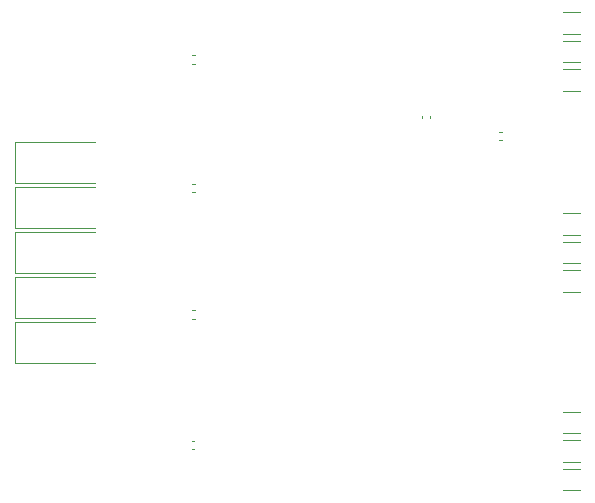
<source format=gbr>
%TF.GenerationSoftware,KiCad,Pcbnew,(6.0.2)*%
%TF.CreationDate,2022-05-06T23:20:48+08:00*%
%TF.ProjectId,NoiseAMP_V2.3,4e6f6973-6541-44d5-905f-56322e332e6b,rev?*%
%TF.SameCoordinates,Original*%
%TF.FileFunction,Legend,Bot*%
%TF.FilePolarity,Positive*%
%FSLAX46Y46*%
G04 Gerber Fmt 4.6, Leading zero omitted, Abs format (unit mm)*
G04 Created by KiCad (PCBNEW (6.0.2)) date 2022-05-06 23:20:48*
%MOMM*%
%LPD*%
G01*
G04 APERTURE LIST*
%ADD10C,0.120000*%
G04 APERTURE END LIST*
D10*
%TO.C,C52*%
X132454764Y-102916400D02*
X132670436Y-102916400D01*
X132454764Y-103636400D02*
X132670436Y-103636400D01*
%TO.C,C55*%
X158705436Y-87828800D02*
X158489764Y-87828800D01*
X158705436Y-88548800D02*
X158489764Y-88548800D01*
%TO.C,C50*%
X132454764Y-82071800D02*
X132670436Y-82071800D01*
X132454764Y-81351800D02*
X132670436Y-81351800D01*
%TO.C,C34*%
X117460896Y-103563999D02*
X117460896Y-100143999D01*
X117460896Y-100143999D02*
X124220896Y-100143999D01*
X124220896Y-103563999D02*
X117460896Y-103563999D01*
%TO.C,C48*%
X165303252Y-116352111D02*
X163880748Y-116352111D01*
X165303252Y-118172111D02*
X163880748Y-118172111D01*
%TO.C,C54*%
X151913000Y-86671036D02*
X151913000Y-86455364D01*
X152633000Y-86671036D02*
X152633000Y-86455364D01*
%TO.C,C47*%
X165303252Y-113939111D02*
X163880748Y-113939111D01*
X165303252Y-115759111D02*
X163880748Y-115759111D01*
%TO.C,C51*%
X132454764Y-92223000D02*
X132670436Y-92223000D01*
X132454764Y-92943000D02*
X132670436Y-92943000D01*
%TO.C,C53*%
X132429364Y-114710800D02*
X132645036Y-114710800D01*
X132429364Y-113990800D02*
X132645036Y-113990800D01*
%TO.C,C30*%
X117460896Y-92523999D02*
X124220896Y-92523999D01*
X117460896Y-95943999D02*
X117460896Y-92523999D01*
X124220896Y-95943999D02*
X117460896Y-95943999D01*
%TO.C,C27*%
X117460896Y-92133999D02*
X117460896Y-88713999D01*
X117460896Y-88713999D02*
X124220896Y-88713999D01*
X124220896Y-92133999D02*
X117460896Y-92133999D01*
%TO.C,C31*%
X165280087Y-98954000D02*
X163857583Y-98954000D01*
X165280087Y-97134000D02*
X163857583Y-97134000D01*
%TO.C,C12*%
X165280087Y-84349000D02*
X163857583Y-84349000D01*
X165280087Y-82529000D02*
X163857583Y-82529000D01*
%TO.C,C29*%
X165280087Y-96541000D02*
X163857583Y-96541000D01*
X165280087Y-94721000D02*
X163857583Y-94721000D01*
%TO.C,C35*%
X124220896Y-107373999D02*
X117460896Y-107373999D01*
X117460896Y-107373999D02*
X117460896Y-103953999D01*
X117460896Y-103953999D02*
X124220896Y-103953999D01*
%TO.C,C11*%
X165280087Y-80116000D02*
X163857583Y-80116000D01*
X165280087Y-81936000D02*
X163857583Y-81936000D01*
%TO.C,C33*%
X165280087Y-101367000D02*
X163857583Y-101367000D01*
X165280087Y-99547000D02*
X163857583Y-99547000D01*
%TO.C,C10*%
X165280087Y-77703000D02*
X163857583Y-77703000D01*
X165280087Y-79523000D02*
X163857583Y-79523000D01*
%TO.C,C46*%
X165303252Y-113346111D02*
X163880748Y-113346111D01*
X165303252Y-111526111D02*
X163880748Y-111526111D01*
%TO.C,C32*%
X117460896Y-99753999D02*
X117460896Y-96333999D01*
X117460896Y-96333999D02*
X124220896Y-96333999D01*
X124220896Y-99753999D02*
X117460896Y-99753999D01*
%TD*%
M02*

</source>
